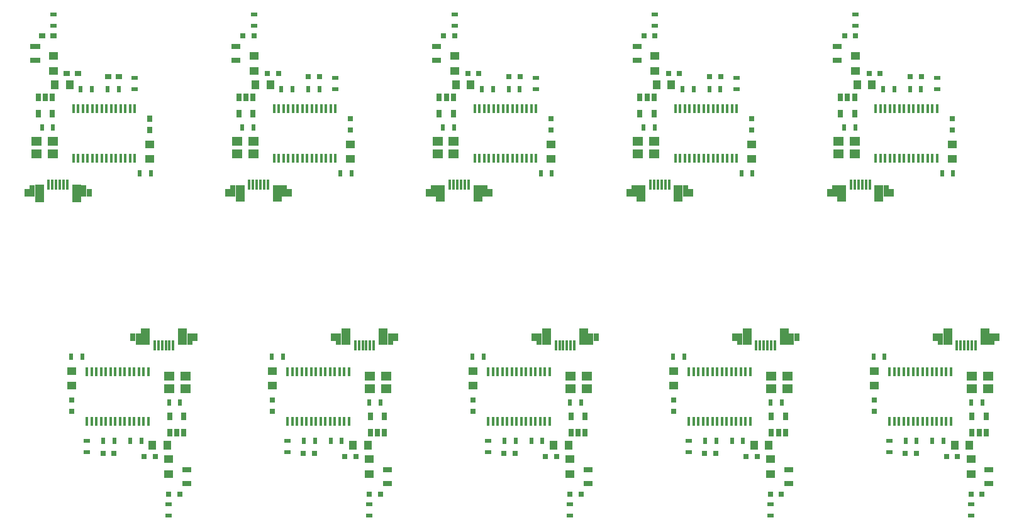
<source format=gtp>
%MOIN*%
%OFA0B0*%
%FSLAX46Y46*%
%IPPOS*%
%LPD*%
%AMREC380*
4,1,3,
0.014763779527559053,0.015748031496062995,
-0.014763779527559058,0.015748031496062992,
-0.014763779527559053,-0.015748031496062995,
0.014763779527559058,-0.015748031496062992,
0*%
%AMREC390*
4,1,3,
0.0098425196850393682,0.017716535433070869,
-0.0098425196850393734,0.017716535433070866,
-0.0098425196850393682,-0.017716535433070869,
0.0098425196850393734,-0.017716535433070866,
0*%
%AMREC400*
4,1,3,
0.017716535433070866,0.0098425196850393734,
-0.017716535433070869,0.0098425196850393682,
-0.017716535433070866,-0.0098425196850393734,
0.017716535433070869,-0.0098425196850393682,
0*%
%AMREC410*
4,1,3,
0.012795275590551181,0.020866141732283468,
-0.012795275590551184,0.020866141732283468,
-0.012795275590551181,-0.020866141732283468,
0.012795275590551184,-0.020866141732283468,
0*%
%AMREC420*
4,1,3,
0.0059055118110236185,0.027559055118110236,
-0.0059055118110236254,0.027559055118110236,
-0.0059055118110236185,-0.027559055118110236,
0.0059055118110236254,-0.027559055118110236,
0*%
%AMREC430*
4,1,3,
0.024606299212598423,0.0452755905511811,
-0.02460629921259843,0.0452755905511811,
-0.024606299212598423,-0.0452755905511811,
0.02460629921259843,-0.0452755905511811,
0*%
%AMREC440*
4,1,3,
0.013779527559055114,0.031496062992125991,
-0.013779527559055123,0.031496062992125991,
-0.013779527559055114,-0.031496062992125991,
0.013779527559055123,-0.031496062992125991,
0*%
%AMREC450*
4,1,3,
0.013779527559055116,0.021653543307086617,
-0.01377952755905512,0.021653543307086617,
-0.013779527559055116,-0.021653543307086617,
0.01377952755905512,-0.021653543307086617,
0*%
%AMREC460*
4,1,3,
0.0059999999999999975,0.022500000000000003,
-0.0060000000000000036,0.022500000000000003,
-0.0059999999999999975,-0.022500000000000003,
0.0060000000000000036,-0.022500000000000003,
0*%
%AMREC470*
4,1,3,
0.024606299212598423,0.019685039370078747,
-0.02460629921259843,0.01968503937007874,
-0.024606299212598423,-0.019685039370078747,
0.02460629921259843,-0.01968503937007874,
0*%
%AMREC480*
4,1,3,
0.01968503937007874,0.02460629921259843,
-0.019685039370078747,0.024606299212598423,
-0.01968503937007874,-0.02460629921259843,
0.019685039370078747,-0.024606299212598423,
0*%
%AMREC490*
4,1,3,
0.015748031496062992,0.014763779527559058,
-0.015748031496062995,0.014763779527559053,
-0.015748031496062992,-0.014763779527559058,
0.015748031496062995,-0.014763779527559053,
0*%
%AMREC500*
4,1,3,
0.025590551181102365,0.01377952755905512,
-0.025590551181102365,0.013779527559055116,
-0.025590551181102365,-0.01377952755905512,
0.025590551181102365,-0.013779527559055116,
0*%
%AMREC510*
4,1,3,
0.027559055118110232,0.023622047244094491,
-0.027559055118110239,0.023622047244094484,
-0.027559055118110232,-0.023622047244094491,
0.027559055118110239,-0.023622047244094484,
0*%
%ADD10R,0.029527559055118113X0.031496062992125991*%
%ADD11R,0.01968503937007874X0.035433070866141732*%
%ADD12R,0.035433070866141732X0.01968503937007874*%
%ADD13R,0.025590551181102365X0.041732283464566935*%
%ADD14R,0.011811023622047244X0.055118110236220472*%
%ADD15R,0.049212598425196853X0.0905511811023622*%
%ADD16R,0.027559055118110236X0.062992125984251982*%
%ADD17R,0.027559055118110236X0.043307086614173235*%
%ADD18R,0.012000000000000002X0.045000000000000005*%
%ADD19R,0.049212598425196853X0.03937007874015748*%
%ADD20R,0.03937007874015748X0.049212598425196853*%
%ADD21R,0.031496062992125991X0.029527559055118113*%
%ADD22R,0.051181102362204731X0.027559055118110236*%
%ADD23R,0.055118110236220472X0.047244094488188976*%
%ADD34R,0.029527559055118113X0.031496062992125991*%
%ADD35R,0.01968503937007874X0.035433070866141732*%
%ADD36R,0.035433070866141732X0.01968503937007874*%
%ADD37R,0.025590551181102365X0.041732283464566935*%
%ADD38R,0.011811023622047244X0.055118110236220472*%
%ADD39R,0.049212598425196853X0.0905511811023622*%
%ADD40R,0.027559055118110236X0.062992125984251982*%
%ADD41R,0.027559055118110236X0.043307086614173235*%
%ADD42R,0.012000000000000002X0.045000000000000005*%
%ADD43R,0.049212598425196853X0.03937007874015748*%
%ADD44R,0.03937007874015748X0.049212598425196853*%
%ADD45R,0.031496062992125991X0.029527559055118113*%
%ADD46R,0.051181102362204731X0.027559055118110236*%
%ADD47R,0.055118110236220472X0.047244094488188976*%
%ADD48R,0.029527559055118113X0.031496062992125991*%
%ADD49R,0.01968503937007874X0.035433070866141732*%
%ADD50R,0.035433070866141732X0.01968503937007874*%
%ADD51R,0.025590551181102365X0.041732283464566935*%
%ADD52R,0.011811023622047244X0.055118110236220472*%
%ADD53R,0.049212598425196853X0.0905511811023622*%
%ADD54R,0.027559055118110236X0.062992125984251982*%
%ADD55R,0.027559055118110236X0.043307086614173235*%
%ADD56R,0.012000000000000002X0.045000000000000005*%
%ADD57R,0.049212598425196853X0.03937007874015748*%
%ADD58R,0.03937007874015748X0.049212598425196853*%
%ADD59R,0.031496062992125991X0.029527559055118113*%
%ADD60R,0.051181102362204731X0.027559055118110236*%
%ADD61R,0.055118110236220472X0.047244094488188976*%
%AMCOMP89*
4,1,3,
0.014763779527559053,0.015748031496062995,
-0.014763779527559058,0.015748031496062992,
-0.014763779527559053,-0.015748031496062995,
0.014763779527559058,-0.015748031496062992,
0*%
%ADD62COMP89*%
%AMCOMP90*
4,1,3,
0.0098425196850393682,0.017716535433070869,
-0.0098425196850393734,0.017716535433070866,
-0.0098425196850393682,-0.017716535433070869,
0.0098425196850393734,-0.017716535433070866,
0*%
%ADD63COMP90*%
%AMCOMP91*
4,1,3,
0.017716535433070866,0.0098425196850393734,
-0.017716535433070869,0.0098425196850393682,
-0.017716535433070866,-0.0098425196850393734,
0.017716535433070869,-0.0098425196850393682,
0*%
%ADD64COMP91*%
%AMCOMP92*
4,1,3,
0.012795275590551181,0.020866141732283468,
-0.012795275590551184,0.020866141732283468,
-0.012795275590551181,-0.020866141732283468,
0.012795275590551184,-0.020866141732283468,
0*%
%ADD65COMP92*%
%AMCOMP93*
4,1,3,
0.0059055118110236185,0.027559055118110236,
-0.0059055118110236254,0.027559055118110236,
-0.0059055118110236185,-0.027559055118110236,
0.0059055118110236254,-0.027559055118110236,
0*%
%ADD66COMP93*%
%AMCOMP94*
4,1,3,
0.024606299212598423,0.0452755905511811,
-0.02460629921259843,0.0452755905511811,
-0.024606299212598423,-0.0452755905511811,
0.02460629921259843,-0.0452755905511811,
0*%
%ADD67COMP94*%
%AMCOMP95*
4,1,3,
0.013779527559055114,0.031496062992125991,
-0.013779527559055123,0.031496062992125991,
-0.013779527559055114,-0.031496062992125991,
0.013779527559055123,-0.031496062992125991,
0*%
%ADD68COMP95*%
%AMCOMP96*
4,1,3,
0.013779527559055116,0.021653543307086617,
-0.01377952755905512,0.021653543307086617,
-0.013779527559055116,-0.021653543307086617,
0.01377952755905512,-0.021653543307086617,
0*%
%ADD69COMP96*%
%AMCOMP97*
4,1,3,
0.0059999999999999975,0.022500000000000003,
-0.0060000000000000036,0.022500000000000003,
-0.0059999999999999975,-0.022500000000000003,
0.0060000000000000036,-0.022500000000000003,
0*%
%ADD70COMP97*%
%AMCOMP98*
4,1,3,
0.024606299212598423,0.019685039370078747,
-0.02460629921259843,0.01968503937007874,
-0.024606299212598423,-0.019685039370078747,
0.02460629921259843,-0.01968503937007874,
0*%
%ADD71COMP98*%
%AMCOMP99*
4,1,3,
0.01968503937007874,0.02460629921259843,
-0.019685039370078747,0.024606299212598423,
-0.01968503937007874,-0.02460629921259843,
0.019685039370078747,-0.024606299212598423,
0*%
%ADD72COMP99*%
%AMCOMP100*
4,1,3,
0.015748031496062992,0.014763779527559058,
-0.015748031496062995,0.014763779527559053,
-0.015748031496062992,-0.014763779527559058,
0.015748031496062995,-0.014763779527559053,
0*%
%ADD73COMP100*%
%AMCOMP101*
4,1,3,
0.025590551181102365,0.01377952755905512,
-0.025590551181102365,0.013779527559055116,
-0.025590551181102365,-0.01377952755905512,
0.025590551181102365,-0.013779527559055116,
0*%
%ADD74COMP101*%
%AMCOMP102*
4,1,3,
0.027559055118110232,0.023622047244094491,
-0.027559055118110239,0.023622047244094484,
-0.027559055118110232,-0.023622047244094491,
0.027559055118110239,-0.023622047244094484,
0*%
%ADD75COMP102*%
%ADD76R,0.029527559055118113X0.031496062992125991*%
%ADD77R,0.01968503937007874X0.035433070866141732*%
%ADD78R,0.035433070866141732X0.01968503937007874*%
%ADD79R,0.025590551181102365X0.041732283464566935*%
%ADD80R,0.011811023622047244X0.055118110236220472*%
%ADD81R,0.049212598425196853X0.0905511811023622*%
%ADD82R,0.027559055118110236X0.062992125984251982*%
%ADD83R,0.027559055118110236X0.043307086614173235*%
%ADD84R,0.012000000000000002X0.045000000000000005*%
%ADD85R,0.049212598425196853X0.03937007874015748*%
%ADD86R,0.03937007874015748X0.049212598425196853*%
%ADD87R,0.031496062992125991X0.029527559055118113*%
%ADD88R,0.051181102362204731X0.027559055118110236*%
%ADD89R,0.055118110236220472X0.047244094488188976*%
%ADD90R,0.029527559055118113X0.031496062992125991*%
%ADD91R,0.01968503937007874X0.035433070866141732*%
%ADD92R,0.035433070866141732X0.01968503937007874*%
%ADD93R,0.025590551181102365X0.041732283464566935*%
%ADD94R,0.011811023622047244X0.055118110236220472*%
%ADD95R,0.049212598425196853X0.0905511811023622*%
%ADD96R,0.027559055118110236X0.062992125984251982*%
%ADD97R,0.027559055118110236X0.043307086614173235*%
%ADD98R,0.012000000000000002X0.045000000000000005*%
%ADD99R,0.049212598425196853X0.03937007874015748*%
%ADD100R,0.03937007874015748X0.049212598425196853*%
%ADD101R,0.031496062992125991X0.029527559055118113*%
%ADD102R,0.051181102362204731X0.027559055118110236*%
%ADD103R,0.055118110236220472X0.047244094488188976*%
%ADD104R,0.029527559055118113X0.031496062992125991*%
%ADD105R,0.01968503937007874X0.035433070866141732*%
%ADD106R,0.035433070866141732X0.01968503937007874*%
%ADD107R,0.025590551181102365X0.041732283464566935*%
%ADD108R,0.011811023622047244X0.055118110236220472*%
%ADD109R,0.049212598425196853X0.0905511811023622*%
%ADD110R,0.027559055118110236X0.062992125984251982*%
%ADD111R,0.027559055118110236X0.043307086614173235*%
%ADD112R,0.012000000000000002X0.045000000000000005*%
%ADD113R,0.049212598425196853X0.03937007874015748*%
%ADD114R,0.03937007874015748X0.049212598425196853*%
%ADD115R,0.031496062992125991X0.029527559055118113*%
%ADD116R,0.051181102362204731X0.027559055118110236*%
%ADD117R,0.055118110236220472X0.047244094488188976*%
%ADD118R,0.029527559055118113X0.031496062992125991*%
%ADD119R,0.01968503937007874X0.035433070866141732*%
%ADD120R,0.035433070866141732X0.01968503937007874*%
%ADD121R,0.025590551181102365X0.041732283464566935*%
%ADD122R,0.011811023622047244X0.055118110236220472*%
%ADD123R,0.049212598425196853X0.0905511811023622*%
%ADD124R,0.027559055118110236X0.062992125984251982*%
%ADD125R,0.027559055118110236X0.043307086614173235*%
%ADD126R,0.012000000000000002X0.045000000000000005*%
%ADD127R,0.049212598425196853X0.03937007874015748*%
%ADD128R,0.03937007874015748X0.049212598425196853*%
%ADD129R,0.031496062992125991X0.029527559055118113*%
%ADD130R,0.051181102362204731X0.027559055118110236*%
%ADD131R,0.055118110236220472X0.047244094488188976*%
%ADD132R,0.029527559055118113X0.031496062992125991*%
%ADD133R,0.01968503937007874X0.035433070866141732*%
%ADD134R,0.035433070866141732X0.01968503937007874*%
%ADD135R,0.025590551181102365X0.041732283464566935*%
%ADD136R,0.011811023622047244X0.055118110236220472*%
%ADD137R,0.049212598425196853X0.0905511811023622*%
%ADD138R,0.027559055118110236X0.062992125984251982*%
%ADD139R,0.027559055118110236X0.043307086614173235*%
%ADD140R,0.012000000000000002X0.045000000000000005*%
%ADD141R,0.049212598425196853X0.03937007874015748*%
%ADD142R,0.03937007874015748X0.049212598425196853*%
%ADD143R,0.031496062992125991X0.029527559055118113*%
%ADD144R,0.051181102362204731X0.027559055118110236*%
%ADD145R,0.055118110236220472X0.047244094488188976*%
%ADD146R,0.029527559055118113X0.031496062992125991*%
%ADD147R,0.01968503937007874X0.035433070866141732*%
%ADD148R,0.035433070866141732X0.01968503937007874*%
%ADD149R,0.025590551181102365X0.041732283464566935*%
%ADD150R,0.011811023622047244X0.055118110236220472*%
%ADD151R,0.049212598425196853X0.0905511811023622*%
%ADD152R,0.027559055118110236X0.062992125984251982*%
%ADD153R,0.027559055118110236X0.043307086614173235*%
%ADD154R,0.012000000000000002X0.045000000000000005*%
%ADD155R,0.049212598425196853X0.03937007874015748*%
%ADD156R,0.03937007874015748X0.049212598425196853*%
%ADD157R,0.031496062992125991X0.029527559055118113*%
%ADD158R,0.051181102362204731X0.027559055118110236*%
%ADD159R,0.055118110236220472X0.047244094488188976*%
G01G01*
D10*
X0000787401Y0000374015D02*
X0000580929Y0000858060D03*
X0000580929Y0000917115D03*
D11*
X0001094590Y0000904622D03*
X0001153645Y0000904622D03*
X0000576401Y0001147587D03*
X0000635456Y0001147587D03*
D12*
X0000660929Y0000640560D03*
X0000660929Y0000699615D03*
D11*
X0000805456Y0000700087D03*
X0000746401Y0000700087D03*
X0000888901Y0000700087D03*
X0000947956Y0000700087D03*
D13*
X0001098527Y0000743204D03*
X0001135929Y0000743204D03*
X0001173330Y0000743204D03*
X0001173330Y0000829818D03*
X0001098527Y0000829818D03*
D14*
X0001117188Y0001205803D03*
X0001097503Y0001205803D03*
X0001077818Y0001205803D03*
X0001058133Y0001205803D03*
X0001038448Y0001205803D03*
X0001018763Y0001205803D03*
D15*
X0000969551Y0001255015D03*
D16*
X0000931165Y0001241236D03*
D17*
X0000903606Y0001251078D03*
D15*
X0001166401Y0001255015D03*
D16*
X0001204787Y0001241236D03*
D17*
X0001232346Y0001251078D03*
D18*
X0000985929Y0001067587D03*
X0000960929Y0001067587D03*
X0000935929Y0001067587D03*
X0000910929Y0001067587D03*
X0000885929Y0001067587D03*
X0000860929Y0001067587D03*
X0000835929Y0001067587D03*
X0000810929Y0001067587D03*
X0000785929Y0001067587D03*
X0000760929Y0001067587D03*
X0000735929Y0001067587D03*
X0000710929Y0001067587D03*
X0000685929Y0001067587D03*
X0000660929Y0001067587D03*
X0000660929Y0000805087D03*
X0000685929Y0000805087D03*
X0000710929Y0000805087D03*
X0000735929Y0000805087D03*
X0000760929Y0000805087D03*
X0000785929Y0000805087D03*
X0000810929Y0000805087D03*
X0000835929Y0000805087D03*
X0000860929Y0000805087D03*
X0000885929Y0000805087D03*
X0000910929Y0000805087D03*
X0000935929Y0000805087D03*
X0000960929Y0000805087D03*
X0000985929Y0000805087D03*
D19*
X0001093015Y0000524307D03*
X0001093015Y0000603047D03*
X0000580929Y0000993217D03*
X0000580929Y0001071957D03*
D20*
X0001006401Y0000675881D03*
X0001085141Y0000675881D03*
D21*
X0001022149Y0000616826D03*
X0000963094Y0000616826D03*
D22*
X0001189078Y0000473125D03*
X0001189078Y0000547929D03*
D21*
X0000803645Y0000634543D03*
X0000744590Y0000634543D03*
X0001152070Y0000416039D03*
X0001093015Y0000416039D03*
D12*
X0001093015Y0000362889D03*
X0001093015Y0000303834D03*
D23*
X0001096401Y0000978086D03*
X0001183015Y0000978086D03*
X0001183015Y0001045015D03*
X0001096401Y0001045015D03*
G04 next file*
G04 Gerber Fmt 4.6, Leading zero omitted, Abs format (unit mm)*
G04 Created by KiCad (PCBNEW (5.0.0-rc2-dev-707-g2ed24a4)) date Friday, 18 May 2018 at 19:07:10*
G01G01*
G04 APERTURE LIST*
G04 APERTURE END LIST*
D34*
X0001850393Y0002893700D02*
X0002056866Y0002409656D03*
X0002056866Y0002350601D03*
D35*
X0001543204Y0002363094D03*
X0001484149Y0002363094D03*
X0002061393Y0002120128D03*
X0002002338Y0002120128D03*
D36*
X0001976866Y0002627156D03*
X0001976866Y0002568101D03*
D35*
X0001832338Y0002567628D03*
X0001891393Y0002567628D03*
X0001748893Y0002567628D03*
X0001689838Y0002567628D03*
D37*
X0001539267Y0002524511D03*
X0001501866Y0002524511D03*
X0001464464Y0002524511D03*
X0001464464Y0002437897D03*
X0001539267Y0002437897D03*
D38*
X0001520606Y0002061913D03*
X0001540291Y0002061913D03*
X0001559976Y0002061913D03*
X0001579661Y0002061913D03*
X0001599346Y0002061913D03*
X0001619031Y0002061913D03*
D39*
X0001668244Y0002012700D03*
D40*
X0001706629Y0002026480D03*
D41*
X0001734188Y0002016637D03*
D39*
X0001471393Y0002012700D03*
D40*
X0001433007Y0002026480D03*
D41*
X0001405448Y0002016637D03*
D42*
X0001651866Y0002200128D03*
X0001676866Y0002200128D03*
X0001701866Y0002200128D03*
X0001726866Y0002200128D03*
X0001751866Y0002200128D03*
X0001776866Y0002200128D03*
X0001801866Y0002200128D03*
X0001826866Y0002200128D03*
X0001851866Y0002200128D03*
X0001876866Y0002200128D03*
X0001901866Y0002200128D03*
X0001926866Y0002200128D03*
X0001951866Y0002200128D03*
X0001976866Y0002200128D03*
X0001976866Y0002462628D03*
X0001951866Y0002462628D03*
X0001926866Y0002462628D03*
X0001901866Y0002462628D03*
X0001876866Y0002462628D03*
X0001851866Y0002462628D03*
X0001826866Y0002462628D03*
X0001801866Y0002462628D03*
X0001776866Y0002462628D03*
X0001751866Y0002462628D03*
X0001726866Y0002462628D03*
X0001701866Y0002462628D03*
X0001676866Y0002462628D03*
X0001651866Y0002462628D03*
D43*
X0001544779Y0002743409D03*
X0001544779Y0002664669D03*
X0002056866Y0002274498D03*
X0002056866Y0002195758D03*
D44*
X0001631393Y0002591834D03*
X0001552653Y0002591834D03*
D45*
X0001615645Y0002650889D03*
X0001674700Y0002650889D03*
D46*
X0001448716Y0002794590D03*
X0001448716Y0002719787D03*
D45*
X0001834149Y0002633173D03*
X0001893204Y0002633173D03*
X0001485724Y0002851677D03*
X0001544779Y0002851677D03*
D36*
X0001544779Y0002904826D03*
X0001544779Y0002963881D03*
D47*
X0001541393Y0002289629D03*
X0001454779Y0002289629D03*
X0001454779Y0002222700D03*
X0001541393Y0002222700D03*
G04 next file*
G04 Gerber Fmt 4.6, Leading zero omitted, Abs format (unit mm)*
G04 Created by KiCad (PCBNEW (5.0.0-rc2-dev-707-g2ed24a4)) date Friday, 18 May 2018 at 19:07:10*
G01G01*
G04 APERTURE LIST*
G04 APERTURE END LIST*
D48*
X0001850393Y0000374015D02*
X0001643921Y0000858060D03*
X0001643921Y0000917115D03*
D49*
X0002157582Y0000904622D03*
X0002216637Y0000904622D03*
X0001639393Y0001147587D03*
X0001698448Y0001147587D03*
D50*
X0001723921Y0000640560D03*
X0001723921Y0000699615D03*
D49*
X0001868448Y0000700087D03*
X0001809393Y0000700087D03*
X0001951893Y0000700087D03*
X0002010948Y0000700087D03*
D51*
X0002161519Y0000743204D03*
X0002198921Y0000743204D03*
X0002236322Y0000743204D03*
X0002236322Y0000829818D03*
X0002161519Y0000829818D03*
D52*
X0002180181Y0001205803D03*
X0002160496Y0001205803D03*
X0002140810Y0001205803D03*
X0002121125Y0001205803D03*
X0002101440Y0001205803D03*
X0002081755Y0001205803D03*
D53*
X0002032543Y0001255015D03*
D54*
X0001994157Y0001241236D03*
D55*
X0001966598Y0001251078D03*
D53*
X0002229393Y0001255015D03*
D54*
X0002267779Y0001241236D03*
D55*
X0002295338Y0001251078D03*
D56*
X0002048921Y0001067587D03*
X0002023921Y0001067587D03*
X0001998921Y0001067587D03*
X0001973921Y0001067587D03*
X0001948921Y0001067587D03*
X0001923921Y0001067587D03*
X0001898921Y0001067587D03*
X0001873921Y0001067587D03*
X0001848921Y0001067587D03*
X0001823921Y0001067587D03*
X0001798921Y0001067587D03*
X0001773921Y0001067587D03*
X0001748921Y0001067587D03*
X0001723921Y0001067587D03*
X0001723921Y0000805087D03*
X0001748921Y0000805087D03*
X0001773921Y0000805087D03*
X0001798921Y0000805087D03*
X0001823921Y0000805087D03*
X0001848921Y0000805087D03*
X0001873921Y0000805087D03*
X0001898921Y0000805087D03*
X0001923921Y0000805087D03*
X0001948921Y0000805087D03*
X0001973921Y0000805087D03*
X0001998921Y0000805087D03*
X0002023921Y0000805087D03*
X0002048921Y0000805087D03*
D57*
X0002156007Y0000524307D03*
X0002156007Y0000603047D03*
X0001643921Y0000993217D03*
X0001643921Y0001071957D03*
D58*
X0002069393Y0000675881D03*
X0002148133Y0000675881D03*
D59*
X0002085141Y0000616826D03*
X0002026086Y0000616826D03*
D60*
X0002252070Y0000473125D03*
X0002252070Y0000547929D03*
D59*
X0001866637Y0000634543D03*
X0001807582Y0000634543D03*
X0002215062Y0000416039D03*
X0002156007Y0000416039D03*
D50*
X0002156007Y0000362889D03*
X0002156007Y0000303834D03*
D61*
X0002159393Y0000978086D03*
X0002246007Y0000978086D03*
X0002246007Y0001045015D03*
X0002159393Y0001045015D03*
G04 next file*
G04 Gerber Fmt 4.6, Leading zero omitted, Abs format (unit mm)*
G04 Created by KiCad (PCBNEW (5.0.0-rc2-dev-707-g2ed24a4)) date Friday, 18 May 2018 at 19:07:10*
G01G01*
G04 APERTURE LIST*
G04 APERTURE END LIST*
D62*
X0000787401Y0002893700D02*
X0000993874Y0002409656D03*
X0000993874Y0002350601D03*
D63*
X0000480212Y0002363094D03*
X0000421157Y0002363094D03*
X0000998401Y0002120128D03*
X0000939346Y0002120128D03*
D64*
X0000913874Y0002627156D03*
X0000913874Y0002568101D03*
D63*
X0000769346Y0002567628D03*
X0000828401Y0002567628D03*
X0000685901Y0002567628D03*
X0000626846Y0002567628D03*
D65*
X0000476275Y0002524511D03*
X0000438874Y0002524511D03*
X0000401472Y0002524511D03*
X0000401472Y0002437897D03*
X0000476275Y0002437897D03*
D66*
X0000457614Y0002061913D03*
X0000477299Y0002061913D03*
X0000496984Y0002061913D03*
X0000516669Y0002061913D03*
X0000536354Y0002061913D03*
X0000556039Y0002061913D03*
D67*
X0000605251Y0002012700D03*
D68*
X0000643637Y0002026480D03*
D69*
X0000671196Y0002016637D03*
D67*
X0000408401Y0002012700D03*
D68*
X0000370015Y0002026480D03*
D69*
X0000342456Y0002016637D03*
D70*
X0000588874Y0002200128D03*
X0000613874Y0002200128D03*
X0000638874Y0002200128D03*
X0000663874Y0002200128D03*
X0000688874Y0002200128D03*
X0000713874Y0002200128D03*
X0000738874Y0002200128D03*
X0000763874Y0002200128D03*
X0000788874Y0002200128D03*
X0000813874Y0002200128D03*
X0000838874Y0002200128D03*
X0000863874Y0002200128D03*
X0000888874Y0002200128D03*
X0000913874Y0002200128D03*
X0000913874Y0002462628D03*
X0000888874Y0002462628D03*
X0000863874Y0002462628D03*
X0000838874Y0002462628D03*
X0000813874Y0002462628D03*
X0000788874Y0002462628D03*
X0000763874Y0002462628D03*
X0000738874Y0002462628D03*
X0000713874Y0002462628D03*
X0000688874Y0002462628D03*
X0000663874Y0002462628D03*
X0000638874Y0002462628D03*
X0000613874Y0002462628D03*
X0000588874Y0002462628D03*
D71*
X0000481787Y0002743409D03*
X0000481787Y0002664669D03*
X0000993874Y0002274498D03*
X0000993874Y0002195758D03*
D72*
X0000568401Y0002591834D03*
X0000489661Y0002591834D03*
D73*
X0000552653Y0002650889D03*
X0000611708Y0002650889D03*
D74*
X0000385724Y0002794590D03*
X0000385724Y0002719787D03*
D73*
X0000771157Y0002633173D03*
X0000830212Y0002633173D03*
X0000422732Y0002851677D03*
X0000481787Y0002851677D03*
D64*
X0000481787Y0002904826D03*
X0000481787Y0002963881D03*
D75*
X0000478401Y0002289629D03*
X0000391787Y0002289629D03*
X0000391787Y0002222700D03*
X0000478401Y0002222700D03*
G04 next file*
G04 Gerber Fmt 4.6, Leading zero omitted, Abs format (unit mm)*
G04 Created by KiCad (PCBNEW (5.0.0-rc2-dev-707-g2ed24a4)) date Friday, 18 May 2018 at 19:07:10*
G01G01*
G04 APERTURE LIST*
G04 APERTURE END LIST*
D76*
X0002913385Y0002893700D02*
X0003119858Y0002409656D03*
X0003119858Y0002350601D03*
D77*
X0002606196Y0002363094D03*
X0002547141Y0002363094D03*
X0003124385Y0002120128D03*
X0003065330Y0002120128D03*
D78*
X0003039858Y0002627156D03*
X0003039858Y0002568101D03*
D77*
X0002895330Y0002567628D03*
X0002954385Y0002567628D03*
X0002811885Y0002567628D03*
X0002752830Y0002567628D03*
D79*
X0002602259Y0002524511D03*
X0002564858Y0002524511D03*
X0002527456Y0002524511D03*
X0002527456Y0002437897D03*
X0002602259Y0002437897D03*
D80*
X0002583598Y0002061913D03*
X0002603283Y0002061913D03*
X0002622968Y0002061913D03*
X0002642653Y0002061913D03*
X0002662338Y0002061913D03*
X0002682023Y0002061913D03*
D81*
X0002731236Y0002012700D03*
D82*
X0002769622Y0002026480D03*
D83*
X0002797181Y0002016637D03*
D81*
X0002534385Y0002012700D03*
D82*
X0002495999Y0002026480D03*
D83*
X0002468440Y0002016637D03*
D84*
X0002714858Y0002200128D03*
X0002739858Y0002200128D03*
X0002764858Y0002200128D03*
X0002789858Y0002200128D03*
X0002814858Y0002200128D03*
X0002839858Y0002200128D03*
X0002864858Y0002200128D03*
X0002889858Y0002200128D03*
X0002914858Y0002200128D03*
X0002939858Y0002200128D03*
X0002964858Y0002200128D03*
X0002989858Y0002200128D03*
X0003014858Y0002200128D03*
X0003039858Y0002200128D03*
X0003039858Y0002462628D03*
X0003014858Y0002462628D03*
X0002989858Y0002462628D03*
X0002964858Y0002462628D03*
X0002939858Y0002462628D03*
X0002914858Y0002462628D03*
X0002889858Y0002462628D03*
X0002864858Y0002462628D03*
X0002839858Y0002462628D03*
X0002814858Y0002462628D03*
X0002789858Y0002462628D03*
X0002764858Y0002462628D03*
X0002739858Y0002462628D03*
X0002714858Y0002462628D03*
D85*
X0002607771Y0002743409D03*
X0002607771Y0002664669D03*
X0003119858Y0002274498D03*
X0003119858Y0002195758D03*
D86*
X0002694385Y0002591834D03*
X0002615645Y0002591834D03*
D87*
X0002678637Y0002650889D03*
X0002737692Y0002650889D03*
D88*
X0002511708Y0002794590D03*
X0002511708Y0002719787D03*
D87*
X0002897141Y0002633173D03*
X0002956196Y0002633173D03*
X0002548716Y0002851677D03*
X0002607771Y0002851677D03*
D78*
X0002607771Y0002904826D03*
X0002607771Y0002963881D03*
D89*
X0002604385Y0002289629D03*
X0002517771Y0002289629D03*
X0002517771Y0002222700D03*
X0002604385Y0002222700D03*
G04 next file*
G04 Gerber Fmt 4.6, Leading zero omitted, Abs format (unit mm)*
G04 Created by KiCad (PCBNEW (5.0.0-rc2-dev-707-g2ed24a4)) date Friday, 18 May 2018 at 19:07:10*
G01G01*
G04 APERTURE LIST*
G04 APERTURE END LIST*
D90*
X0002913385Y0000374015D02*
X0002706913Y0000858060D03*
X0002706913Y0000917115D03*
D91*
X0003220574Y0000904622D03*
X0003279629Y0000904622D03*
X0002702385Y0001147587D03*
X0002761440Y0001147587D03*
D92*
X0002786913Y0000640560D03*
X0002786913Y0000699615D03*
D91*
X0002931440Y0000700087D03*
X0002872385Y0000700087D03*
X0003014885Y0000700087D03*
X0003073940Y0000700087D03*
D93*
X0003224511Y0000743204D03*
X0003261913Y0000743204D03*
X0003299314Y0000743204D03*
X0003299314Y0000829818D03*
X0003224511Y0000829818D03*
D94*
X0003243173Y0001205803D03*
X0003223488Y0001205803D03*
X0003203803Y0001205803D03*
X0003184118Y0001205803D03*
X0003164433Y0001205803D03*
X0003144748Y0001205803D03*
D95*
X0003095535Y0001255015D03*
D96*
X0003057149Y0001241236D03*
D97*
X0003029590Y0001251078D03*
D95*
X0003292385Y0001255015D03*
D96*
X0003330771Y0001241236D03*
D97*
X0003358330Y0001251078D03*
D98*
X0003111913Y0001067587D03*
X0003086913Y0001067587D03*
X0003061913Y0001067587D03*
X0003036913Y0001067587D03*
X0003011913Y0001067587D03*
X0002986913Y0001067587D03*
X0002961913Y0001067587D03*
X0002936913Y0001067587D03*
X0002911913Y0001067587D03*
X0002886913Y0001067587D03*
X0002861913Y0001067587D03*
X0002836913Y0001067587D03*
X0002811913Y0001067587D03*
X0002786913Y0001067587D03*
X0002786913Y0000805087D03*
X0002811913Y0000805087D03*
X0002836913Y0000805087D03*
X0002861913Y0000805087D03*
X0002886913Y0000805087D03*
X0002911913Y0000805087D03*
X0002936913Y0000805087D03*
X0002961913Y0000805087D03*
X0002986913Y0000805087D03*
X0003011913Y0000805087D03*
X0003036913Y0000805087D03*
X0003061913Y0000805087D03*
X0003086913Y0000805087D03*
X0003111913Y0000805087D03*
D99*
X0003219000Y0000524307D03*
X0003219000Y0000603047D03*
X0002706913Y0000993217D03*
X0002706913Y0001071957D03*
D100*
X0003132385Y0000675881D03*
X0003211125Y0000675881D03*
D101*
X0003148133Y0000616826D03*
X0003089078Y0000616826D03*
D102*
X0003315062Y0000473125D03*
X0003315062Y0000547929D03*
D101*
X0002929629Y0000634543D03*
X0002870574Y0000634543D03*
X0003278055Y0000416039D03*
X0003219000Y0000416039D03*
D92*
X0003219000Y0000362889D03*
X0003219000Y0000303834D03*
D103*
X0003222385Y0000978086D03*
X0003308999Y0000978086D03*
X0003308999Y0001045015D03*
X0003222385Y0001045015D03*
G04 next file*
G04 Gerber Fmt 4.6, Leading zero omitted, Abs format (unit mm)*
G04 Created by KiCad (PCBNEW (5.0.0-rc2-dev-707-g2ed24a4)) date Friday, 18 May 2018 at 19:07:10*
G01G01*
G04 APERTURE LIST*
G04 APERTURE END LIST*
D104*
X0003976377Y0000374015D02*
X0003769905Y0000858060D03*
X0003769905Y0000917115D03*
D105*
X0004283566Y0000904622D03*
X0004342622Y0000904622D03*
X0003765377Y0001147587D03*
X0003824432Y0001147587D03*
D106*
X0003849905Y0000640560D03*
X0003849905Y0000699615D03*
D105*
X0003994432Y0000700087D03*
X0003935377Y0000700087D03*
X0004077877Y0000700087D03*
X0004136932Y0000700087D03*
D107*
X0004287503Y0000743204D03*
X0004324905Y0000743204D03*
X0004362307Y0000743204D03*
X0004362307Y0000829818D03*
X0004287503Y0000829818D03*
D108*
X0004306165Y0001205803D03*
X0004286480Y0001205803D03*
X0004266795Y0001205803D03*
X0004247110Y0001205803D03*
X0004227425Y0001205803D03*
X0004207740Y0001205803D03*
D109*
X0004158527Y0001255015D03*
D110*
X0004120141Y0001241236D03*
D111*
X0004092582Y0001251078D03*
D109*
X0004355377Y0001255015D03*
D110*
X0004393763Y0001241236D03*
D111*
X0004421322Y0001251078D03*
D112*
X0004174905Y0001067587D03*
X0004149905Y0001067587D03*
X0004124905Y0001067587D03*
X0004099905Y0001067587D03*
X0004074905Y0001067587D03*
X0004049905Y0001067587D03*
X0004024905Y0001067587D03*
X0003999905Y0001067587D03*
X0003974905Y0001067587D03*
X0003949905Y0001067587D03*
X0003924905Y0001067587D03*
X0003899905Y0001067587D03*
X0003874905Y0001067587D03*
X0003849905Y0001067587D03*
X0003849905Y0000805087D03*
X0003874905Y0000805087D03*
X0003899905Y0000805087D03*
X0003924905Y0000805087D03*
X0003949905Y0000805087D03*
X0003974905Y0000805087D03*
X0003999905Y0000805087D03*
X0004024905Y0000805087D03*
X0004049905Y0000805087D03*
X0004074905Y0000805087D03*
X0004099905Y0000805087D03*
X0004124905Y0000805087D03*
X0004149905Y0000805087D03*
X0004174905Y0000805087D03*
D113*
X0004281992Y0000524307D03*
X0004281992Y0000603047D03*
X0003769905Y0000993217D03*
X0003769905Y0001071957D03*
D114*
X0004195377Y0000675881D03*
X0004274118Y0000675881D03*
D115*
X0004211125Y0000616826D03*
X0004152070Y0000616826D03*
D116*
X0004378055Y0000473125D03*
X0004378055Y0000547929D03*
D115*
X0003992622Y0000634543D03*
X0003933566Y0000634543D03*
X0004341047Y0000416039D03*
X0004281992Y0000416039D03*
D106*
X0004281992Y0000362889D03*
X0004281992Y0000303834D03*
D117*
X0004285377Y0000978086D03*
X0004371992Y0000978086D03*
X0004371992Y0001045015D03*
X0004285377Y0001045015D03*
G04 next file*
G04 Gerber Fmt 4.6, Leading zero omitted, Abs format (unit mm)*
G04 Created by KiCad (PCBNEW (5.0.0-rc2-dev-707-g2ed24a4)) date Friday, 18 May 2018 at 19:07:10*
G01G01*
G04 APERTURE LIST*
G04 APERTURE END LIST*
D118*
X0003976377Y0002893700D02*
X0004182850Y0002409656D03*
X0004182850Y0002350601D03*
D119*
X0003669188Y0002363094D03*
X0003610133Y0002363094D03*
X0004187378Y0002120128D03*
X0004128322Y0002120128D03*
D120*
X0004102850Y0002627156D03*
X0004102850Y0002568101D03*
D119*
X0003958322Y0002567628D03*
X0004017378Y0002567628D03*
X0003874878Y0002567628D03*
X0003815822Y0002567628D03*
D121*
X0003665251Y0002524511D03*
X0003627850Y0002524511D03*
X0003590448Y0002524511D03*
X0003590448Y0002437897D03*
X0003665251Y0002437897D03*
D122*
X0003646590Y0002061913D03*
X0003666275Y0002061913D03*
X0003685960Y0002061913D03*
X0003705645Y0002061913D03*
X0003725330Y0002061913D03*
X0003745015Y0002061913D03*
D123*
X0003794228Y0002012700D03*
D124*
X0003832614Y0002026480D03*
D125*
X0003860173Y0002016637D03*
D123*
X0003597377Y0002012700D03*
D124*
X0003558992Y0002026480D03*
D125*
X0003531433Y0002016637D03*
D126*
X0003777850Y0002200128D03*
X0003802850Y0002200128D03*
X0003827850Y0002200128D03*
X0003852850Y0002200128D03*
X0003877850Y0002200128D03*
X0003902850Y0002200128D03*
X0003927850Y0002200128D03*
X0003952850Y0002200128D03*
X0003977850Y0002200128D03*
X0004002850Y0002200128D03*
X0004027850Y0002200128D03*
X0004052850Y0002200128D03*
X0004077850Y0002200128D03*
X0004102850Y0002200128D03*
X0004102850Y0002462628D03*
X0004077850Y0002462628D03*
X0004052850Y0002462628D03*
X0004027850Y0002462628D03*
X0004002850Y0002462628D03*
X0003977850Y0002462628D03*
X0003952850Y0002462628D03*
X0003927850Y0002462628D03*
X0003902850Y0002462628D03*
X0003877850Y0002462628D03*
X0003852850Y0002462628D03*
X0003827850Y0002462628D03*
X0003802850Y0002462628D03*
X0003777850Y0002462628D03*
D127*
X0003670763Y0002743409D03*
X0003670763Y0002664669D03*
X0004182850Y0002274498D03*
X0004182850Y0002195758D03*
D128*
X0003757377Y0002591834D03*
X0003678637Y0002591834D03*
D129*
X0003741629Y0002650889D03*
X0003800685Y0002650889D03*
D130*
X0003574700Y0002794590D03*
X0003574700Y0002719787D03*
D129*
X0003960133Y0002633173D03*
X0004019188Y0002633173D03*
X0003611708Y0002851677D03*
X0003670763Y0002851677D03*
D120*
X0003670763Y0002904826D03*
X0003670763Y0002963881D03*
D131*
X0003667377Y0002289629D03*
X0003580763Y0002289629D03*
X0003580763Y0002222700D03*
X0003667377Y0002222700D03*
G04 next file*
G04 Gerber Fmt 4.6, Leading zero omitted, Abs format (unit mm)*
G04 Created by KiCad (PCBNEW (5.0.0-rc2-dev-707-g2ed24a4)) date Friday, 18 May 2018 at 19:07:10*
G01G01*
G04 APERTURE LIST*
G04 APERTURE END LIST*
D132*
X0005039370Y0000374015D02*
X0004832897Y0000858060D03*
X0004832897Y0000917115D03*
D133*
X0005346559Y0000904622D03*
X0005405614Y0000904622D03*
X0004828370Y0001147587D03*
X0004887425Y0001147587D03*
D134*
X0004912897Y0000640560D03*
X0004912897Y0000699615D03*
D133*
X0005057425Y0000700087D03*
X0004998370Y0000700087D03*
X0005140870Y0000700087D03*
X0005199925Y0000700087D03*
D135*
X0005350496Y0000743204D03*
X0005387897Y0000743204D03*
X0005425299Y0000743204D03*
X0005425299Y0000829818D03*
X0005350496Y0000829818D03*
D136*
X0005369157Y0001205803D03*
X0005349472Y0001205803D03*
X0005329787Y0001205803D03*
X0005310102Y0001205803D03*
X0005290417Y0001205803D03*
X0005270732Y0001205803D03*
D137*
X0005221519Y0001255015D03*
D138*
X0005183133Y0001241236D03*
D139*
X0005155574Y0001251078D03*
D137*
X0005418370Y0001255015D03*
D138*
X0005456755Y0001241236D03*
D139*
X0005484314Y0001251078D03*
D140*
X0005237897Y0001067587D03*
X0005212897Y0001067587D03*
X0005187897Y0001067587D03*
X0005162897Y0001067587D03*
X0005137897Y0001067587D03*
X0005112897Y0001067587D03*
X0005087897Y0001067587D03*
X0005062897Y0001067587D03*
X0005037897Y0001067587D03*
X0005012897Y0001067587D03*
X0004987897Y0001067587D03*
X0004962897Y0001067587D03*
X0004937897Y0001067587D03*
X0004912897Y0001067587D03*
X0004912897Y0000805087D03*
X0004937897Y0000805087D03*
X0004962897Y0000805087D03*
X0004987897Y0000805087D03*
X0005012897Y0000805087D03*
X0005037897Y0000805087D03*
X0005062897Y0000805087D03*
X0005087897Y0000805087D03*
X0005112897Y0000805087D03*
X0005137897Y0000805087D03*
X0005162897Y0000805087D03*
X0005187897Y0000805087D03*
X0005212897Y0000805087D03*
X0005237897Y0000805087D03*
D141*
X0005344984Y0000524307D03*
X0005344984Y0000603047D03*
X0004832897Y0000993217D03*
X0004832897Y0001071957D03*
D142*
X0005258370Y0000675881D03*
X0005337110Y0000675881D03*
D143*
X0005274118Y0000616826D03*
X0005215062Y0000616826D03*
D144*
X0005441047Y0000473125D03*
X0005441047Y0000547929D03*
D143*
X0005055614Y0000634543D03*
X0004996559Y0000634543D03*
X0005404039Y0000416039D03*
X0005344984Y0000416039D03*
D134*
X0005344984Y0000362889D03*
X0005344984Y0000303834D03*
D145*
X0005348370Y0000978086D03*
X0005434984Y0000978086D03*
X0005434984Y0001045015D03*
X0005348370Y0001045015D03*
G04 next file*
G04 Gerber Fmt 4.6, Leading zero omitted, Abs format (unit mm)*
G04 Created by KiCad (PCBNEW (5.0.0-rc2-dev-707-g2ed24a4)) date Friday, 18 May 2018 at 19:07:10*
G01G01*
G04 APERTURE LIST*
G04 APERTURE END LIST*
D146*
X0005039370Y0002893700D02*
X0005245842Y0002409656D03*
X0005245842Y0002350601D03*
D147*
X0004732181Y0002363094D03*
X0004673125Y0002363094D03*
X0005250370Y0002120128D03*
X0005191315Y0002120128D03*
D148*
X0005165842Y0002627156D03*
X0005165842Y0002568101D03*
D147*
X0005021315Y0002567628D03*
X0005080370Y0002567628D03*
X0004937870Y0002567628D03*
X0004878815Y0002567628D03*
D149*
X0004728244Y0002524511D03*
X0004690842Y0002524511D03*
X0004653440Y0002524511D03*
X0004653440Y0002437897D03*
X0004728244Y0002437897D03*
D150*
X0004709582Y0002061913D03*
X0004729267Y0002061913D03*
X0004748952Y0002061913D03*
X0004768637Y0002061913D03*
X0004788322Y0002061913D03*
X0004808007Y0002061913D03*
D151*
X0004857220Y0002012700D03*
D152*
X0004895606Y0002026480D03*
D153*
X0004923165Y0002016637D03*
D151*
X0004660370Y0002012700D03*
D152*
X0004621984Y0002026480D03*
D153*
X0004594425Y0002016637D03*
D154*
X0004840842Y0002200128D03*
X0004865842Y0002200128D03*
X0004890842Y0002200128D03*
X0004915842Y0002200128D03*
X0004940842Y0002200128D03*
X0004965842Y0002200128D03*
X0004990842Y0002200128D03*
X0005015842Y0002200128D03*
X0005040842Y0002200128D03*
X0005065842Y0002200128D03*
X0005090842Y0002200128D03*
X0005115842Y0002200128D03*
X0005140842Y0002200128D03*
X0005165842Y0002200128D03*
X0005165842Y0002462628D03*
X0005140842Y0002462628D03*
X0005115842Y0002462628D03*
X0005090842Y0002462628D03*
X0005065842Y0002462628D03*
X0005040842Y0002462628D03*
X0005015842Y0002462628D03*
X0004990842Y0002462628D03*
X0004965842Y0002462628D03*
X0004940842Y0002462628D03*
X0004915842Y0002462628D03*
X0004890842Y0002462628D03*
X0004865842Y0002462628D03*
X0004840842Y0002462628D03*
D155*
X0004733755Y0002743409D03*
X0004733755Y0002664669D03*
X0005245842Y0002274498D03*
X0005245842Y0002195758D03*
D156*
X0004820370Y0002591834D03*
X0004741629Y0002591834D03*
D157*
X0004804622Y0002650889D03*
X0004863677Y0002650889D03*
D158*
X0004637692Y0002794590D03*
X0004637692Y0002719787D03*
D157*
X0005023125Y0002633173D03*
X0005082181Y0002633173D03*
X0004674700Y0002851677D03*
X0004733755Y0002851677D03*
D148*
X0004733755Y0002904826D03*
X0004733755Y0002963881D03*
D159*
X0004730370Y0002289629D03*
X0004643755Y0002289629D03*
X0004643755Y0002222700D03*
X0004730370Y0002222700D03*
M02*
</source>
